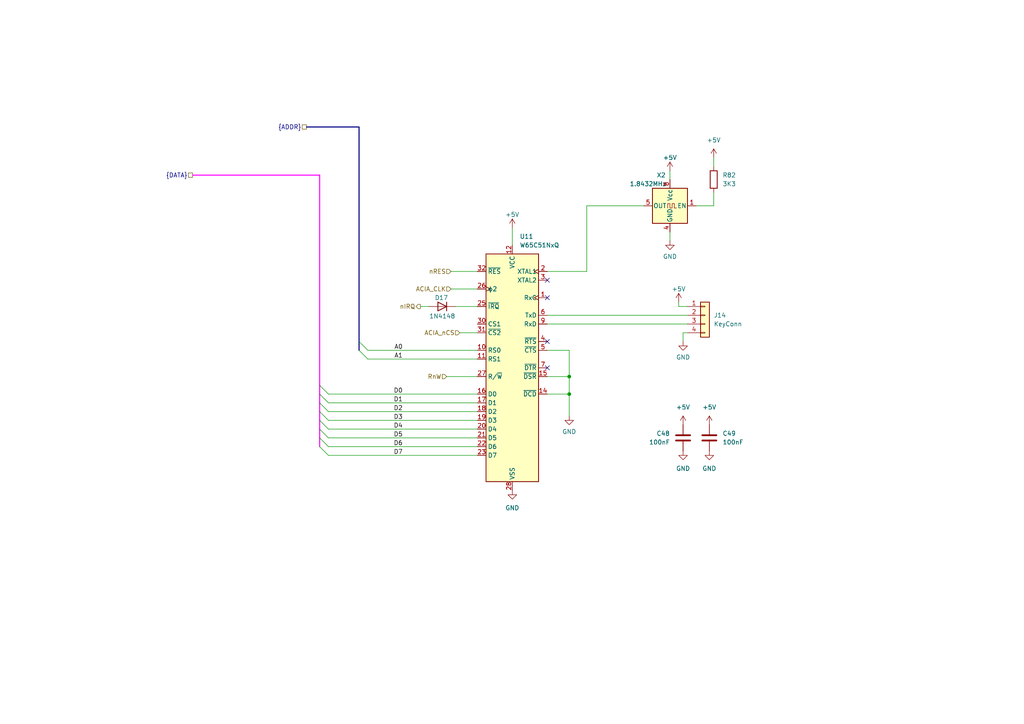
<source format=kicad_sch>
(kicad_sch (version 20250114) (generator "eeschema") (generator_version "9.0")
  (paper "A4")
  (lib_symbols
    (symbol "65xx-library:W65C51NxQ"
      (property "Reference" "U" (at 2.54 38.1 0))
      (property "Value" "W65C51NxQ" (at 2.54 35.56 0))
      (symbol "W65C51NxQ_0_1"
        (rectangle (start -7.62 33.02) (end 7.62 -33.02) (stroke (width 0.254)) (fill (type background)))
      )
      (symbol "W65C51NxQ_1_1"
        (pin input line (at -10.16 27.94 0) (length 2.54) (name "~{RES}") (number "32"))
        (pin input clock (at -10.16 22.86 0) (length 2.54) (name "ϕ2") (number "26"))
        (pin open_collector line (at -10.16 17.78 0) (length 2.54) (name "~{IRQ}") (number "25"))
        (pin input line (at -10.16 12.7 0) (length 2.54) (name "CS1") (number "30"))
        (pin input line (at -10.16 10.16 0) (length 2.54) (name "~{CS2}") (number "31"))
        (pin input line (at -10.16 5.08 0) (length 2.54) (name "RS0") (number "10"))
        (pin input line (at -10.16 2.54 0) (length 2.54) (name "RS1") (number "11"))
        (pin input line (at -10.16 -2.54 0) (length 2.54) (name "R/~{W}") (number "27"))
        (pin bidirectional line (at -10.16 -7.62 0) (length 2.54) (name "D0") (number "16"))
        (pin bidirectional line (at -10.16 -10.16 0) (length 2.54) (name "D1") (number "17"))
        (pin bidirectional line (at -10.16 -12.7 0) (length 2.54) (name "D2") (number "18"))
        (pin bidirectional line (at -10.16 -15.24 0) (length 2.54) (name "D3") (number "19"))
        (pin bidirectional line (at -10.16 -17.78 0) (length 2.54) (name "D4") (number "20"))
        (pin bidirectional line (at -10.16 -20.32 0) (length 2.54) (name "D5") (number "21"))
        (pin bidirectional line (at -10.16 -22.86 0) (length 2.54) (name "D6") (number "22"))
        (pin bidirectional line (at -10.16 -25.4 0) (length 2.54) (name "D7") (number "23"))
        (pin power_in line (at 0 35.56 270) (length 2.54) (name "VCC") (number "12"))
        (pin passive line (at 0 35.56 270) (length 2.54) (hide yes) (name "VCC") (number "13"))
        (pin power_in line (at 0 -35.56 90) (length 2.54) (name "VSS") (number "28"))
        (pin passive line (at 0 -35.56 90) (length 2.54) (hide yes) (name "VSS") (number "29"))
        (pin no_connect non_logic (at 7.62 -22.86 180) (length 2.54) (hide yes) (name "nc") (number "8"))
        (pin no_connect non_logic (at 7.62 -25.4 180) (length 2.54) (hide yes) (name "nc") (number "24"))
        (pin input clock (at 10.16 27.94 180) (length 2.54) (name "XTAL1") (number "2"))
        (pin output line (at 10.16 25.4 180) (length 2.54) (name "XTAL2") (number "3"))
        (pin bidirectional clock (at 10.16 20.32 180) (length 2.54) (name "RxC") (number "1"))
        (pin output line (at 10.16 15.24 180) (length 2.54) (name "TxD") (number "6"))
        (pin input line (at 10.16 12.7 180) (length 2.54) (name "RxD") (number "9"))
        (pin output line (at 10.16 7.62 180) (length 2.54) (name "~{RTS}") (number "4"))
        (pin input line (at 10.16 5.08 180) (length 2.54) (name "~{CTS}") (number "5"))
        (pin output line (at 10.16 0 180) (length 2.54) (name "~{DTR}") (number "7"))
        (pin input line (at 10.16 -2.54 180) (length 2.54) (name "~{DSR}") (number "15"))
        (pin input line (at 10.16 -7.62 180) (length 2.54) (name "~{DCD}") (number "14"))
      )
    )
    (symbol "Connector_Generic:Conn_01x04" (pin_names (offset 1.016) (hide yes))
      (property "Reference" "J" (at 0 5.08 0))
      (property "Value" "Conn_01x04" (at 0 -7.62 0))
      (symbol "Conn_01x04_1_1"
        (rectangle (start -1.27 3.81) (end 1.27 -6.35) (stroke (width 0.254)) (fill (type background)))
        (rectangle (start -1.27 2.667) (end 0 2.413) (stroke (width 0.1524)))
        (rectangle (start -1.27 0.127) (end 0 -0.127) (stroke (width 0.1524)))
        (rectangle (start -1.27 -2.413) (end 0 -2.667) (stroke (width 0.1524)))
        (rectangle (start -1.27 -4.953) (end 0 -5.207) (stroke (width 0.1524)))
        (pin passive line (at -5.08 2.54 0) (length 3.81) (name "Pin_1") (number "1"))
        (pin passive line (at -5.08 0 0) (length 3.81) (name "Pin_2") (number "2"))
        (pin passive line (at -5.08 -2.54 0) (length 3.81) (name "Pin_3") (number "3"))
        (pin passive line (at -5.08 -5.08 0) (length 3.81) (name "Pin_4") (number "4"))
      )
    )
    (symbol "Device:C" (pin_numbers (hide yes)) (pin_names (offset 0.254))
      (property "Reference" "C" (at 0.635 2.54 0))
      (property "Value" "C" (at 0.635 -2.54 0))
      (symbol "C_0_1"
        (polyline (pts (xy -2.032 0.762) (xy 2.032 0.762)) (stroke (width 0.508)))
        (polyline (pts (xy -2.032 -0.762) (xy 2.032 -0.762)) (stroke (width 0.508)))
      )
      (symbol "C_1_1"
        (pin passive line (at 0 3.81 270) (length 2.794) (name "~") (number "1"))
        (pin passive line (at 0 -3.81 90) (length 2.794) (name "~") (number "2"))
      )
    )
    (symbol "Device:R" (pin_numbers (hide yes)) (pin_names (offset 0))
      (property "Reference" "R" (at 2.032 0 90))
      (property "Value" "R" (at 0 0 90))
      (symbol "R_0_1"
        (rectangle (start -1.016 -2.54) (end 1.016 2.54) (stroke (width 0.254)))
      )
      (symbol "R_1_1"
        (pin passive line (at 0 3.81 270) (length 1.27) (name "~") (number "1"))
        (pin passive line (at 0 -3.81 90) (length 1.27) (name "~") (number "2"))
      )
    )
    (symbol "Diode:1N4148" (pin_numbers (hide yes)) (pin_names (hide yes))
      (property "Reference" "D" (at 0 2.54 0))
      (property "Value" "1N4148" (at 0 -2.54 0))
      (symbol "1N4148_0_1"
        (polyline (pts (xy -1.27 1.27) (xy -1.27 -1.27)) (stroke (width 0.254)))
        (polyline (pts (xy 1.27 1.27) (xy 1.27 -1.27) (xy -1.27 0) (xy 1.27 1.27)) (stroke (width 0.254)))
        (polyline (pts (xy 1.27 0) (xy -1.27 0)))
      )
      (symbol "1N4148_1_1"
        (pin passive line (at -3.81 0 0) (length 2.54) (name "K") (number "1"))
        (pin passive line (at 3.81 0 180) (length 2.54) (name "A") (number "2"))
      )
    )
    (symbol "Oscillator:CXO_DIP8" (pin_names (offset 0.254))
      (property "Reference" "X" (at -5.08 6.35 0))
      (property "Value" "CXO_DIP8" (at 1.27 -6.35 0))
      (symbol "CXO_DIP8_0_1"
        (rectangle (start -5.08 5.08) (end 5.08 -5.08) (stroke (width 0.254)) (fill (type background)))
        (polyline (pts (xy -1.905 -0.635) (xy -1.27 -0.635) (xy -1.27 0.635) (xy -0.635 0.635) (xy -0.635 -0.635) (xy 0 -0.635) (xy 0 0.635) (xy 0.635 0.635) (xy 0.635 -0.635)))
      )
      (symbol "CXO_DIP8_1_1"
        (pin input line (at -7.62 0 0) (length 2.54) (name "EN") (number "1"))
        (pin power_in line (at 0 7.62 270) (length 2.54) (name "Vcc") (number "8"))
        (pin power_in line (at 0 -7.62 90) (length 2.54) (name "GND") (number "4"))
        (pin output line (at 7.62 0 180) (length 2.54) (name "OUT") (number "5"))
      )
    )
    (symbol "power:+5V" (power) (pin_names (offset 0))
      (property "Value" "+5V" (at 0 3.556 0))
      (symbol "+5V_0_1"
        (polyline (pts (xy -0.762 1.27) (xy 0 2.54)))
        (polyline (pts (xy 0 2.54) (xy 0.762 1.27)))
        (polyline (pts (xy 0 0) (xy 0 2.54)))
      )
      (symbol "+5V_1_1"
        (pin power_in line (at 0 0 90) (length 0) (hide yes) (name "+5V") (number "1"))
      )
    )
    (symbol "power:GND" (power) (pin_names (offset 0))
      (property "Value" "GND" (at 0 -3.81 0))
      (symbol "GND_0_1"
        (polyline (pts (xy 0 0) (xy 0 -1.27) (xy 1.27 -1.27) (xy 0 -2.54) (xy -1.27 -1.27) (xy 0 -1.27)))
      )
      (symbol "GND_1_1"
        (pin power_in line (at 0 0 270) (length 0) (hide yes) (name "GND") (number "1"))
      )
    )
  )
  (junction (at 165.1 109.22))
  (junction (at 165.1 114.3))
  (no_connect (at 158.75 86.36))
  (no_connect (at 158.75 106.68))
  (no_connect (at 158.75 81.28))
  (no_connect (at 158.75 99.06))
  (bus_entry (at 95.25 129.54) (size -2.54 -2.54))
  (bus_entry (at 95.25 132.08) (size -2.54 -2.54))
  (bus_entry (at 95.25 121.92) (size -2.54 -2.54))
  (bus_entry (at 95.25 119.38) (size -2.54 -2.54))
  (bus_entry (at 95.25 114.3) (size -2.54 -2.54))
  (bus_entry (at 106.68 104.14) (size -2.54 -2.54))
  (bus_entry (at 95.25 116.84) (size -2.54 -2.54))
  (bus_entry (at 106.68 101.6) (size -2.54 -2.54))
  (bus_entry (at 95.25 124.46) (size -2.54 -2.54))
  (bus_entry (at 95.25 127) (size -2.54 -2.54))
  (wire (pts (xy 201.93 59.69) (xy 207.01 59.69)))
  (bus (pts (xy 104.14 99.06) (xy 104.14 36.83)))
  (bus (pts (xy 55.88 50.8) (xy 92.71 50.8)) (stroke (width 0) (color 255 0 255 1)))
  (wire (pts (xy 121.92 88.9) (xy 124.46 88.9)))
  (bus (pts (xy 92.71 111.76) (xy 92.71 114.3)) (stroke (width 0) (color 255 0 255 1)))
  (wire (pts (xy 198.12 96.52) (xy 198.12 99.06)))
  (wire (pts (xy 170.18 78.74) (xy 170.18 59.69)))
  (wire (pts (xy 106.68 104.14) (xy 138.43 104.14)))
  (bus (pts (xy 92.71 114.3) (xy 92.71 116.84)) (stroke (width 0) (color 255 0 255 1)))
  (wire (pts (xy 95.25 121.92) (xy 138.43 121.92)))
  (bus (pts (xy 88.9 36.83) (xy 104.14 36.83)))
  (wire (pts (xy 95.25 124.46) (xy 138.43 124.46)))
  (wire (pts (xy 148.59 66.04) (xy 148.59 71.12)))
  (bus (pts (xy 92.71 124.46) (xy 92.71 127)) (stroke (width 0) (color 255 0 255 1)))
  (wire (pts (xy 158.75 78.74) (xy 170.18 78.74)))
  (bus (pts (xy 92.71 116.84) (xy 92.71 119.38)) (stroke (width 0) (color 255 0 255 1)))
  (wire (pts (xy 158.75 109.22) (xy 165.1 109.22)))
  (wire (pts (xy 95.25 119.38) (xy 138.43 119.38)))
  (wire (pts (xy 158.75 114.3) (xy 165.1 114.3)))
  (wire (pts (xy 165.1 109.22) (xy 165.1 114.3)))
  (wire (pts (xy 130.81 78.74) (xy 138.43 78.74)))
  (wire (pts (xy 170.18 59.69) (xy 186.69 59.69)))
  (wire (pts (xy 194.31 49.53) (xy 194.31 52.07)))
  (wire (pts (xy 95.25 129.54) (xy 138.43 129.54)))
  (wire (pts (xy 194.31 67.31) (xy 194.31 69.85)))
  (wire (pts (xy 95.25 132.08) (xy 138.43 132.08)))
  (wire (pts (xy 207.01 59.69) (xy 207.01 55.88)))
  (bus (pts (xy 104.14 101.6) (xy 104.14 99.06)))
  (wire (pts (xy 196.85 88.9) (xy 196.85 87.63)))
  (wire (pts (xy 199.39 96.52) (xy 198.12 96.52)))
  (wire (pts (xy 199.39 91.44) (xy 158.75 91.44)))
  (wire (pts (xy 158.75 101.6) (xy 165.1 101.6)))
  (wire (pts (xy 130.81 83.82) (xy 138.43 83.82)))
  (wire (pts (xy 106.68 101.6) (xy 138.43 101.6)))
  (wire (pts (xy 199.39 93.98) (xy 158.75 93.98)))
  (wire (pts (xy 165.1 114.3) (xy 165.1 120.65)))
  (wire (pts (xy 132.08 88.9) (xy 138.43 88.9)))
  (wire (pts (xy 133.35 96.52) (xy 138.43 96.52)))
  (wire (pts (xy 207.01 45.72) (xy 207.01 48.26)))
  (bus (pts (xy 92.71 119.38) (xy 92.71 121.92)) (stroke (width 0) (color 255 0 255 1)))
  (bus (pts (xy 92.71 111.76) (xy 92.71 50.8)) (stroke (width 0) (color 255 0 255 1)))
  (bus (pts (xy 92.71 127) (xy 92.71 129.54)) (stroke (width 0) (color 255 0 255 1)))
  (wire (pts (xy 199.39 88.9) (xy 196.85 88.9)))
  (wire (pts (xy 165.1 101.6) (xy 165.1 109.22)))
  (bus (pts (xy 92.71 121.92) (xy 92.71 124.46)) (stroke (width 0) (color 255 0 255 1)))
  (wire (pts (xy 95.25 114.3) (xy 138.43 114.3)))
  (wire (pts (xy 129.54 109.22) (xy 138.43 109.22)))
  (wire (pts (xy 95.25 127) (xy 138.43 127)))
  (wire (pts (xy 95.25 116.84) (xy 138.43 116.84)))
  (label "D4" (at 116.84 124.46 180))
  (label "A0" (at 116.84 101.6 180))
  (label "D1" (at 116.84 116.84 180))
  (label "D5" (at 116.84 127 180))
  (label "D0" (at 116.84 114.3 180))
  (label "D3" (at 116.84 121.92 180))
  (label "D7" (at 116.84 132.08 180))
  (label "D2" (at 116.84 119.38 180))
  (label "A1" (at 116.84 104.14 180))
  (label "D6" (at 116.84 129.54 180))
  (hierarchical_label "{ADDR}" (shape passive) (at 88.9 36.83 180))
  (hierarchical_label "nRES" (shape input) (at 130.81 78.74 180))
  (hierarchical_label "nIRQ" (shape output) (at 121.92 88.9 180))
  (hierarchical_label "{DATA}" (shape passive) (at 55.88 50.8 180))
  (hierarchical_label "RnW" (shape input) (at 129.54 109.22 180))
  (hierarchical_label "ACIA_CLK" (shape input) (at 130.81 83.82 180))
  (hierarchical_label "ACIA_nCS" (shape input) (at 133.35 96.52 180))
  (symbol (lib_id "power:+5V") (at 205.74 123.19 0) (unit 1)
    (property "Reference" "#PWR0206" (effects (hide yes)))
    (property "Value" "+5V" (at 205.74 118.11 0))
  )
  (symbol (lib_id "power:+5V") (at 194.31 49.53 0) (mirror y) (unit 1)
    (property "Reference" "#PWR0200" (effects (hide yes)))
    (property "Value" "+5V" (at 194.31 45.72 0))
  )
  (symbol (lib_id "power:GND") (at 165.1 120.65 0) (mirror y) (unit 1)
    (property "Reference" "#PWR0199" (effects (hide yes)))
    (property "Value" "GND" (at 165.1 125.2125 0))
  )
  (symbol (lib_id "power:GND") (at 205.74 130.81 0) (unit 1)
    (property "Reference" "#PWR0207" (effects (hide yes)))
    (property "Value" "GND" (at 205.74 135.89 0))
  )
  (symbol (lib_id "Device:R") (at 207.01 52.07 0) (unit 1)
    (property "Reference" "R82" (at 209.55 50.7999 0) (effects (justify left)))
    (property "Value" "3K3" (at 209.55 53.3399 0) (effects (justify left)))
    (property "Footprint" "Resistor_SMD:R_0603_1608Metric_Pad0.98x0.95mm_HandSolder" (effects (hide yes)))
    (property "LCSC" "C25890" (effects (hide yes)))
  )
  (symbol (lib_id "Oscillator:CXO_DIP8") (at 194.31 59.69 0) (mirror y) (unit 1)
    (property "Reference" "X2" (at 191.77 50.8 0))
    (property "Value" "1.8432MHz" (at 187.96 53.34 0))
    (property "Footprint" "Oscillator:Oscillator_DIP-8" (effects (hide yes)))
    (property "Datasheet" "http://cdn-reichelt.de/documents/datenblatt/B400/OSZI.pdf" (effects (hide yes)))
    (property "LCSC" "DNF" (effects (hide yes)))
  )
  (symbol (lib_id "Diode:1N4148") (at 128.27 88.9 0) (mirror y) (unit 1)
    (property "Reference" "D17" (at 128.016 86.36 0))
    (property "Value" "1N4148" (at 128.27 91.694 0))
    (property "Footprint" "Diode_THT:D_DO-35_SOD27_P7.62mm_Horizontal" (effects (hide yes)))
    (property "Datasheet" "https://assets.nexperia.com/documents/data-sheet/1N4148_1N4448.pdf" (effects (hide yes)))
    (property "Description" "100V 0.15A standard switching diode, DO-35" (effects (hide yes)))
    (property "Sim.Device" "D" (effects (hide yes)))
    (property "Sim.Pins" "1=K 2=A" (effects (hide yes)))
  )
  (symbol (lib_id "power:+5V") (at 207.01 45.72 0) (unit 1)
    (property "Reference" "#PWR0208" (effects (hide yes)))
    (property "Value" "+5V" (at 207.01 40.64 0))
  )
  (symbol (lib_id "65xx-library:W65C51NxQ") (at 148.59 106.68 0) (unit 1)
    (property "Reference" "U11" (at 150.7333 68.58 0) (effects (justify left)))
    (property "Value" "W65C51NxQ" (at 150.7333 71.12 0) (effects (justify left)))
    (property "Footprint" "Package_QFP:TQFP-32_7x7mm_P0.8mm" (effects (hide yes)))
    (property "Datasheet" "http://www.westerndesigncenter.com/wdc/documentation/w65c51n.pdf" (effects (hide yes)))
    (property "Description" "CMOS Asynchronous Communication Interface Adapter (ACIA), Serial UART, LQFP-32" (effects (hide yes)))
  )
  (symbol (lib_id "power:+5V") (at 196.85 87.63 0) (mirror y) (unit 1)
    (property "Reference" "#PWR0202" (effects (hide yes)))
    (property "Value" "+5V" (at 196.85 83.82 0))
  )
  (symbol (lib_id "power:GND") (at 198.12 130.81 0) (mirror y) (unit 1)
    (property "Reference" "#PWR0205" (effects (hide yes)))
    (property "Value" "GND" (at 198.12 135.89 0))
  )
  (symbol (lib_id "power:GND") (at 194.31 69.85 0) (mirror y) (unit 1)
    (property "Reference" "#PWR0201" (effects (hide yes)))
    (property "Value" "GND" (at 194.31 74.4125 0))
  )
  (symbol (lib_id "power:GND") (at 198.12 99.06 0) (mirror y) (unit 1)
    (property "Reference" "#PWR0203" (effects (hide yes)))
    (property "Value" "GND" (at 198.12 103.6225 0))
  )
  (symbol (lib_id "power:+5V") (at 148.59 66.04 0) (mirror y) (unit 1)
    (property "Reference" "#PWR0197" (effects (hide yes)))
    (property "Value" "+5V" (at 148.59 62.23 0))
  )
  (symbol (lib_id "power:GND") (at 148.59 142.24 0) (mirror y) (unit 1)
    (property "Reference" "#PWR0198" (effects (hide yes)))
    (property "Value" "GND" (at 148.59 147.32 0))
  )
  (symbol (lib_id "Device:C") (at 205.74 127 0) (unit 1)
    (property "Reference" "C49" (at 209.55 125.7299 0) (effects (justify left)))
    (property "Value" "100nF" (at 209.55 128.2699 0) (effects (justify left)))
    (property "Footprint" "Capacitor_SMD:C_0603_1608Metric" (effects (hide yes)))
    (property "Description" "Unpolarized capacitor" (effects (hide yes)))
    (property "LCSC" "C49678" (effects (hide yes)))
  )
  (symbol (lib_id "Device:C") (at 198.12 127 0) (mirror y) (unit 1)
    (property "Reference" "C48" (at 194.31 125.7299 0) (effects (justify left)))
    (property "Value" "100nF" (at 194.31 128.2699 0) (effects (justify left)))
    (property "Footprint" "Capacitor_SMD:C_0603_1608Metric" (effects (hide yes)))
    (property "Description" "Unpolarized capacitor" (effects (hide yes)))
    (property "LCSC" "C49678" (effects (hide yes)))
  )
  (symbol (lib_id "Connector_Generic:Conn_01x04") (at 204.47 91.44 0) (unit 1)
    (property "Reference" "J14" (at 207.01 91.4399 0) (effects (justify left)))
    (property "Value" "KeyConn" (at 207.01 93.9799 0) (effects (justify left)))
    (property "Footprint" "Connector_PinHeader_2.54mm:PinHeader_1x04_P2.54mm_Horizontal" (effects (hide yes)))
    (property "Description" "Generic connector, single row, 01x04, script generated (kicad-library-utils/schlib/autogen/connector/)" (effects (hide yes)))
  )
  (symbol (lib_id "power:+5V") (at 198.12 123.19 0) (mirror y) (unit 1)
    (property "Reference" "#PWR0204" (effects (hide yes)))
    (property "Value" "+5V" (at 198.12 118.11 0))
  )
)
</source>
